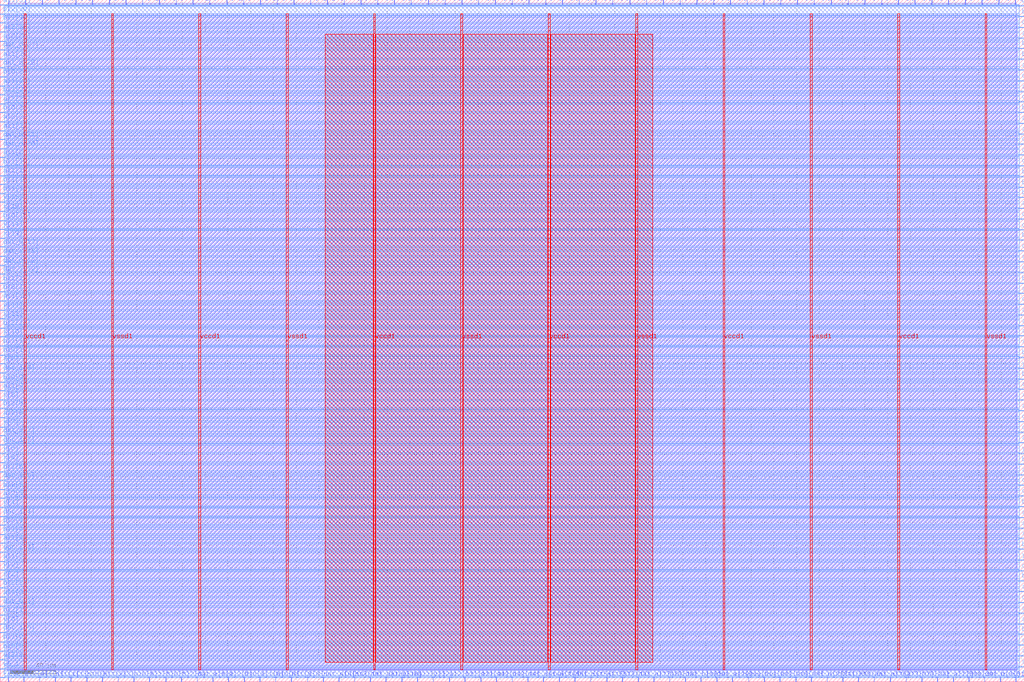
<source format=lef>
VERSION 5.7 ;
  NOWIREEXTENSIONATPIN ON ;
  DIVIDERCHAR "/" ;
  BUSBITCHARS "[]" ;
MACRO coefio
  CLASS BLOCK ;
  FOREIGN coefio ;
  ORIGIN 0.000 0.000 ;
  SIZE 900.000 BY 600.000 ;
  PIN a11[0]
    DIRECTION OUTPUT TRISTATE ;
    USE SIGNAL ;
    PORT
      LAYER met2 ;
        RECT 22.170 596.000 22.450 600.000 ;
    END
  END a11[0]
  PIN a11[10]
    DIRECTION OUTPUT TRISTATE ;
    USE SIGNAL ;
    PORT
      LAYER met3 ;
        RECT 896.000 210.160 900.000 210.760 ;
    END
  END a11[10]
  PIN a11[11]
    DIRECTION OUTPUT TRISTATE ;
    USE SIGNAL ;
    PORT
      LAYER met2 ;
        RECT 317.030 596.000 317.310 600.000 ;
    END
  END a11[11]
  PIN a11[12]
    DIRECTION OUTPUT TRISTATE ;
    USE SIGNAL ;
    PORT
      LAYER met3 ;
        RECT 0.000 334.600 4.000 335.200 ;
    END
  END a11[12]
  PIN a11[13]
    DIRECTION OUTPUT TRISTATE ;
    USE SIGNAL ;
    PORT
      LAYER met3 ;
        RECT 896.000 257.080 900.000 257.680 ;
    END
  END a11[13]
  PIN a11[14]
    DIRECTION OUTPUT TRISTATE ;
    USE SIGNAL ;
    PORT
      LAYER met2 ;
        RECT 422.370 0.000 422.650 4.000 ;
    END
  END a11[14]
  PIN a11[15]
    DIRECTION OUTPUT TRISTATE ;
    USE SIGNAL ;
    PORT
      LAYER met3 ;
        RECT 896.000 304.000 900.000 304.600 ;
    END
  END a11[15]
  PIN a11[16]
    DIRECTION OUTPUT TRISTATE ;
    USE SIGNAL ;
    PORT
      LAYER met3 ;
        RECT 896.000 312.840 900.000 313.440 ;
    END
  END a11[16]
  PIN a11[17]
    DIRECTION OUTPUT TRISTATE ;
    USE SIGNAL ;
    PORT
      LAYER met2 ;
        RECT 533.230 0.000 533.510 4.000 ;
    END
  END a11[17]
  PIN a11[18]
    DIRECTION OUTPUT TRISTATE ;
    USE SIGNAL ;
    PORT
      LAYER met3 ;
        RECT 896.000 369.280 900.000 369.880 ;
    END
  END a11[18]
  PIN a11[19]
    DIRECTION OUTPUT TRISTATE ;
    USE SIGNAL ;
    PORT
      LAYER met3 ;
        RECT 0.000 444.760 4.000 445.360 ;
    END
  END a11[19]
  PIN a11[1]
    DIRECTION OUTPUT TRISTATE ;
    USE SIGNAL ;
    PORT
      LAYER met2 ;
        RECT 34.590 0.000 34.870 4.000 ;
    END
  END a11[1]
  PIN a11[20]
    DIRECTION OUTPUT TRISTATE ;
    USE SIGNAL ;
    PORT
      LAYER met3 ;
        RECT 0.000 461.080 4.000 461.680 ;
    END
  END a11[20]
  PIN a11[21]
    DIRECTION OUTPUT TRISTATE ;
    USE SIGNAL ;
    PORT
      LAYER met2 ;
        RECT 523.570 596.000 523.850 600.000 ;
    END
  END a11[21]
  PIN a11[22]
    DIRECTION OUTPUT TRISTATE ;
    USE SIGNAL ;
    PORT
      LAYER met3 ;
        RECT 0.000 484.200 4.000 484.800 ;
    END
  END a11[22]
  PIN a11[23]
    DIRECTION OUTPUT TRISTATE ;
    USE SIGNAL ;
    PORT
      LAYER met3 ;
        RECT 896.000 481.480 900.000 482.080 ;
    END
  END a11[23]
  PIN a11[24]
    DIRECTION OUTPUT TRISTATE ;
    USE SIGNAL ;
    PORT
      LAYER met3 ;
        RECT 0.000 523.640 4.000 524.240 ;
    END
  END a11[24]
  PIN a11[25]
    DIRECTION OUTPUT TRISTATE ;
    USE SIGNAL ;
    PORT
      LAYER met2 ;
        RECT 740.690 0.000 740.970 4.000 ;
    END
  END a11[25]
  PIN a11[26]
    DIRECTION OUTPUT TRISTATE ;
    USE SIGNAL ;
    PORT
      LAYER met3 ;
        RECT 0.000 547.440 4.000 548.040 ;
    END
  END a11[26]
  PIN a11[27]
    DIRECTION OUTPUT TRISTATE ;
    USE SIGNAL ;
    PORT
      LAYER met2 ;
        RECT 782.550 0.000 782.830 4.000 ;
    END
  END a11[27]
  PIN a11[28]
    DIRECTION OUTPUT TRISTATE ;
    USE SIGNAL ;
    PORT
      LAYER met3 ;
        RECT 896.000 565.800 900.000 566.400 ;
    END
  END a11[28]
  PIN a11[29]
    DIRECTION OUTPUT TRISTATE ;
    USE SIGNAL ;
    PORT
      LAYER met2 ;
        RECT 774.730 596.000 775.010 600.000 ;
    END
  END a11[29]
  PIN a11[2]
    DIRECTION OUTPUT TRISTATE ;
    USE SIGNAL ;
    PORT
      LAYER met3 ;
        RECT 0.000 74.160 4.000 74.760 ;
    END
  END a11[2]
  PIN a11[30]
    DIRECTION OUTPUT TRISTATE ;
    USE SIGNAL ;
    PORT
      LAYER met2 ;
        RECT 837.750 0.000 838.030 4.000 ;
    END
  END a11[30]
  PIN a11[31]
    DIRECTION OUTPUT TRISTATE ;
    USE SIGNAL ;
    PORT
      LAYER met3 ;
        RECT 0.000 595.040 4.000 595.640 ;
    END
  END a11[31]
  PIN a11[3]
    DIRECTION OUTPUT TRISTATE ;
    USE SIGNAL ;
    PORT
      LAYER met3 ;
        RECT 0.000 105.440 4.000 106.040 ;
    END
  END a11[3]
  PIN a11[4]
    DIRECTION OUTPUT TRISTATE ;
    USE SIGNAL ;
    PORT
      LAYER met3 ;
        RECT 0.000 121.760 4.000 122.360 ;
    END
  END a11[4]
  PIN a11[5]
    DIRECTION OUTPUT TRISTATE ;
    USE SIGNAL ;
    PORT
      LAYER met3 ;
        RECT 896.000 134.680 900.000 135.280 ;
    END
  END a11[5]
  PIN a11[6]
    DIRECTION OUTPUT TRISTATE ;
    USE SIGNAL ;
    PORT
      LAYER met2 ;
        RECT 131.190 0.000 131.470 4.000 ;
    END
  END a11[6]
  PIN a11[7]
    DIRECTION OUTPUT TRISTATE ;
    USE SIGNAL ;
    PORT
      LAYER met2 ;
        RECT 186.850 0.000 187.130 4.000 ;
    END
  END a11[7]
  PIN a11[8]
    DIRECTION OUTPUT TRISTATE ;
    USE SIGNAL ;
    PORT
      LAYER met2 ;
        RECT 228.250 0.000 228.530 4.000 ;
    END
  END a11[8]
  PIN a11[9]
    DIRECTION OUTPUT TRISTATE ;
    USE SIGNAL ;
    PORT
      LAYER met3 ;
        RECT 0.000 255.720 4.000 256.320 ;
    END
  END a11[9]
  PIN a12[0]
    DIRECTION OUTPUT TRISTATE ;
    USE SIGNAL ;
    PORT
      LAYER met3 ;
        RECT 0.000 19.080 4.000 19.680 ;
    END
  END a12[0]
  PIN a12[10]
    DIRECTION OUTPUT TRISTATE ;
    USE SIGNAL ;
    PORT
      LAYER met2 ;
        RECT 297.710 0.000 297.990 4.000 ;
    END
  END a12[10]
  PIN a12[11]
    DIRECTION OUTPUT TRISTATE ;
    USE SIGNAL ;
    PORT
      LAYER met2 ;
        RECT 331.750 596.000 332.030 600.000 ;
    END
  END a12[11]
  PIN a12[12]
    DIRECTION OUTPUT TRISTATE ;
    USE SIGNAL ;
    PORT
      LAYER met3 ;
        RECT 896.000 238.040 900.000 238.640 ;
    END
  END a12[12]
  PIN a12[13]
    DIRECTION OUTPUT TRISTATE ;
    USE SIGNAL ;
    PORT
      LAYER met2 ;
        RECT 394.770 0.000 395.050 4.000 ;
    END
  END a12[13]
  PIN a12[14]
    DIRECTION OUTPUT TRISTATE ;
    USE SIGNAL ;
    PORT
      LAYER met2 ;
        RECT 436.170 0.000 436.450 4.000 ;
    END
  END a12[14]
  PIN a12[15]
    DIRECTION OUTPUT TRISTATE ;
    USE SIGNAL ;
    PORT
      LAYER met2 ;
        RECT 491.370 0.000 491.650 4.000 ;
    END
  END a12[15]
  PIN a12[16]
    DIRECTION OUTPUT TRISTATE ;
    USE SIGNAL ;
    PORT
      LAYER met3 ;
        RECT 896.000 322.360 900.000 322.960 ;
    END
  END a12[16]
  PIN a12[17]
    DIRECTION OUTPUT TRISTATE ;
    USE SIGNAL ;
    PORT
      LAYER met3 ;
        RECT 896.000 341.400 900.000 342.000 ;
    END
  END a12[17]
  PIN a12[18]
    DIRECTION OUTPUT TRISTATE ;
    USE SIGNAL ;
    PORT
      LAYER met2 ;
        RECT 574.630 0.000 574.910 4.000 ;
    END
  END a12[18]
  PIN a12[19]
    DIRECTION OUTPUT TRISTATE ;
    USE SIGNAL ;
    PORT
      LAYER met2 ;
        RECT 508.850 596.000 509.130 600.000 ;
    END
  END a12[19]
  PIN a12[1]
    DIRECTION OUTPUT TRISTATE ;
    USE SIGNAL ;
    PORT
      LAYER met3 ;
        RECT 896.000 22.480 900.000 23.080 ;
    END
  END a12[1]
  PIN a12[20]
    DIRECTION OUTPUT TRISTATE ;
    USE SIGNAL ;
    PORT
      LAYER met2 ;
        RECT 643.630 0.000 643.910 4.000 ;
    END
  END a12[20]
  PIN a12[21]
    DIRECTION OUTPUT TRISTATE ;
    USE SIGNAL ;
    PORT
      LAYER met3 ;
        RECT 896.000 416.200 900.000 416.800 ;
    END
  END a12[21]
  PIN a12[22]
    DIRECTION OUTPUT TRISTATE ;
    USE SIGNAL ;
    PORT
      LAYER met3 ;
        RECT 0.000 492.360 4.000 492.960 ;
    END
  END a12[22]
  PIN a12[23]
    DIRECTION OUTPUT TRISTATE ;
    USE SIGNAL ;
    PORT
      LAYER met3 ;
        RECT 0.000 508.000 4.000 508.600 ;
    END
  END a12[23]
  PIN a12[24]
    DIRECTION OUTPUT TRISTATE ;
    USE SIGNAL ;
    PORT
      LAYER met3 ;
        RECT 896.000 491.000 900.000 491.600 ;
    END
  END a12[24]
  PIN a12[25]
    DIRECTION OUTPUT TRISTATE ;
    USE SIGNAL ;
    PORT
      LAYER met3 ;
        RECT 896.000 518.880 900.000 519.480 ;
    END
  END a12[25]
  PIN a12[26]
    DIRECTION OUTPUT TRISTATE ;
    USE SIGNAL ;
    PORT
      LAYER met3 ;
        RECT 896.000 537.920 900.000 538.520 ;
    END
  END a12[26]
  PIN a12[27]
    DIRECTION OUTPUT TRISTATE ;
    USE SIGNAL ;
    PORT
      LAYER met2 ;
        RECT 796.350 0.000 796.630 4.000 ;
    END
  END a12[27]
  PIN a12[28]
    DIRECTION OUTPUT TRISTATE ;
    USE SIGNAL ;
    PORT
      LAYER met2 ;
        RECT 700.670 596.000 700.950 600.000 ;
    END
  END a12[28]
  PIN a12[29]
    DIRECTION OUTPUT TRISTATE ;
    USE SIGNAL ;
    PORT
      LAYER met3 ;
        RECT 0.000 563.080 4.000 563.680 ;
    END
  END a12[29]
  PIN a12[2]
    DIRECTION OUTPUT TRISTATE ;
    USE SIGNAL ;
    PORT
      LAYER met3 ;
        RECT 896.000 50.360 900.000 50.960 ;
    END
  END a12[2]
  PIN a12[30]
    DIRECTION OUTPUT TRISTATE ;
    USE SIGNAL ;
    PORT
      LAYER met3 ;
        RECT 0.000 571.240 4.000 571.840 ;
    END
  END a12[30]
  PIN a12[31]
    DIRECTION OUTPUT TRISTATE ;
    USE SIGNAL ;
    PORT
      LAYER met2 ;
        RECT 863.050 596.000 863.330 600.000 ;
    END
  END a12[31]
  PIN a12[3]
    DIRECTION OUTPUT TRISTATE ;
    USE SIGNAL ;
    PORT
      LAYER met3 ;
        RECT 896.000 78.920 900.000 79.520 ;
    END
  END a12[3]
  PIN a12[4]
    DIRECTION OUTPUT TRISTATE ;
    USE SIGNAL ;
    PORT
      LAYER met2 ;
        RECT 169.370 596.000 169.650 600.000 ;
    END
  END a12[4]
  PIN a12[5]
    DIRECTION OUTPUT TRISTATE ;
    USE SIGNAL ;
    PORT
      LAYER met3 ;
        RECT 0.000 161.200 4.000 161.800 ;
    END
  END a12[5]
  PIN a12[6]
    DIRECTION OUTPUT TRISTATE ;
    USE SIGNAL ;
    PORT
      LAYER met3 ;
        RECT 896.000 144.200 900.000 144.800 ;
    END
  END a12[6]
  PIN a12[7]
    DIRECTION OUTPUT TRISTATE ;
    USE SIGNAL ;
    PORT
      LAYER met2 ;
        RECT 200.650 0.000 200.930 4.000 ;
    END
  END a12[7]
  PIN a12[8]
    DIRECTION OUTPUT TRISTATE ;
    USE SIGNAL ;
    PORT
      LAYER met3 ;
        RECT 0.000 231.920 4.000 232.520 ;
    END
  END a12[8]
  PIN a12[9]
    DIRECTION OUTPUT TRISTATE ;
    USE SIGNAL ;
    PORT
      LAYER met3 ;
        RECT 896.000 181.600 900.000 182.200 ;
    END
  END a12[9]
  PIN ack_o
    DIRECTION OUTPUT TRISTATE ;
    USE SIGNAL ;
    PORT
      LAYER met2 ;
        RECT 7.450 596.000 7.730 600.000 ;
    END
  END ack_o
  PIN adr_i[0]
    DIRECTION INPUT ;
    USE SIGNAL ;
    PORT
      LAYER met2 ;
        RECT 36.890 596.000 37.170 600.000 ;
    END
  END adr_i[0]
  PIN adr_i[1]
    DIRECTION INPUT ;
    USE SIGNAL ;
    PORT
      LAYER met3 ;
        RECT 896.000 32.000 900.000 32.600 ;
    END
  END adr_i[1]
  PIN adr_i[2]
    DIRECTION INPUT ;
    USE SIGNAL ;
    PORT
      LAYER met3 ;
        RECT 896.000 59.880 900.000 60.480 ;
    END
  END adr_i[2]
  PIN adr_i[3]
    DIRECTION INPUT ;
    USE SIGNAL ;
    PORT
      LAYER met3 ;
        RECT 0.000 113.600 4.000 114.200 ;
    END
  END adr_i[3]
  PIN b10[0]
    DIRECTION OUTPUT TRISTATE ;
    USE SIGNAL ;
    PORT
      LAYER met3 ;
        RECT 0.000 26.560 4.000 27.160 ;
    END
  END b10[0]
  PIN b10[10]
    DIRECTION OUTPUT TRISTATE ;
    USE SIGNAL ;
    PORT
      LAYER met3 ;
        RECT 0.000 287.000 4.000 287.600 ;
    END
  END b10[10]
  PIN b10[11]
    DIRECTION OUTPUT TRISTATE ;
    USE SIGNAL ;
    PORT
      LAYER met2 ;
        RECT 346.470 596.000 346.750 600.000 ;
    END
  END b10[11]
  PIN b10[12]
    DIRECTION OUTPUT TRISTATE ;
    USE SIGNAL ;
    PORT
      LAYER met3 ;
        RECT 0.000 342.760 4.000 343.360 ;
    END
  END b10[12]
  PIN b10[13]
    DIRECTION OUTPUT TRISTATE ;
    USE SIGNAL ;
    PORT
      LAYER met2 ;
        RECT 376.370 596.000 376.650 600.000 ;
    END
  END b10[13]
  PIN b10[14]
    DIRECTION OUTPUT TRISTATE ;
    USE SIGNAL ;
    PORT
      LAYER met2 ;
        RECT 391.090 596.000 391.370 600.000 ;
    END
  END b10[14]
  PIN b10[15]
    DIRECTION OUTPUT TRISTATE ;
    USE SIGNAL ;
    PORT
      LAYER met3 ;
        RECT 0.000 405.320 4.000 405.920 ;
    END
  END b10[15]
  PIN b10[16]
    DIRECTION OUTPUT TRISTATE ;
    USE SIGNAL ;
    PORT
      LAYER met2 ;
        RECT 435.250 596.000 435.530 600.000 ;
    END
  END b10[16]
  PIN b10[17]
    DIRECTION OUTPUT TRISTATE ;
    USE SIGNAL ;
    PORT
      LAYER met2 ;
        RECT 479.410 596.000 479.690 600.000 ;
    END
  END b10[17]
  PIN b10[18]
    DIRECTION OUTPUT TRISTATE ;
    USE SIGNAL ;
    PORT
      LAYER met2 ;
        RECT 588.430 0.000 588.710 4.000 ;
    END
  END b10[18]
  PIN b10[19]
    DIRECTION OUTPUT TRISTATE ;
    USE SIGNAL ;
    PORT
      LAYER met2 ;
        RECT 616.030 0.000 616.310 4.000 ;
    END
  END b10[19]
  PIN b10[1]
    DIRECTION OUTPUT TRISTATE ;
    USE SIGNAL ;
    PORT
      LAYER met3 ;
        RECT 896.000 41.520 900.000 42.120 ;
    END
  END b10[1]
  PIN b10[20]
    DIRECTION OUTPUT TRISTATE ;
    USE SIGNAL ;
    PORT
      LAYER met2 ;
        RECT 657.890 0.000 658.170 4.000 ;
    END
  END b10[20]
  PIN b10[21]
    DIRECTION OUTPUT TRISTATE ;
    USE SIGNAL ;
    PORT
      LAYER met3 ;
        RECT 896.000 425.720 900.000 426.320 ;
    END
  END b10[21]
  PIN b10[22]
    DIRECTION OUTPUT TRISTATE ;
    USE SIGNAL ;
    PORT
      LAYER met3 ;
        RECT 0.000 500.520 4.000 501.120 ;
    END
  END b10[22]
  PIN b10[23]
    DIRECTION OUTPUT TRISTATE ;
    USE SIGNAL ;
    PORT
      LAYER met2 ;
        RECT 699.290 0.000 699.570 4.000 ;
    END
  END b10[23]
  PIN b10[24]
    DIRECTION OUTPUT TRISTATE ;
    USE SIGNAL ;
    PORT
      LAYER met3 ;
        RECT 0.000 531.800 4.000 532.400 ;
    END
  END b10[24]
  PIN b10[25]
    DIRECTION OUTPUT TRISTATE ;
    USE SIGNAL ;
    PORT
      LAYER met2 ;
        RECT 612.350 596.000 612.630 600.000 ;
    END
  END b10[25]
  PIN b10[26]
    DIRECTION OUTPUT TRISTATE ;
    USE SIGNAL ;
    PORT
      LAYER met2 ;
        RECT 754.490 0.000 754.770 4.000 ;
    END
  END b10[26]
  PIN b10[27]
    DIRECTION OUTPUT TRISTATE ;
    USE SIGNAL ;
    PORT
      LAYER met2 ;
        RECT 810.150 0.000 810.430 4.000 ;
    END
  END b10[27]
  PIN b10[28]
    DIRECTION OUTPUT TRISTATE ;
    USE SIGNAL ;
    PORT
      LAYER met2 ;
        RECT 715.390 596.000 715.670 600.000 ;
    END
  END b10[28]
  PIN b10[29]
    DIRECTION OUTPUT TRISTATE ;
    USE SIGNAL ;
    PORT
      LAYER met3 ;
        RECT 896.000 584.840 900.000 585.440 ;
    END
  END b10[29]
  PIN b10[2]
    DIRECTION OUTPUT TRISTATE ;
    USE SIGNAL ;
    PORT
      LAYER met2 ;
        RECT 75.990 0.000 76.270 4.000 ;
    END
  END b10[2]
  PIN b10[30]
    DIRECTION OUTPUT TRISTATE ;
    USE SIGNAL ;
    PORT
      LAYER met2 ;
        RECT 851.550 0.000 851.830 4.000 ;
    END
  END b10[30]
  PIN b10[31]
    DIRECTION OUTPUT TRISTATE ;
    USE SIGNAL ;
    PORT
      LAYER met2 ;
        RECT 879.150 0.000 879.430 4.000 ;
    END
  END b10[31]
  PIN b10[3]
    DIRECTION OUTPUT TRISTATE ;
    USE SIGNAL ;
    PORT
      LAYER met3 ;
        RECT 896.000 88.440 900.000 89.040 ;
    END
  END b10[3]
  PIN b10[4]
    DIRECTION OUTPUT TRISTATE ;
    USE SIGNAL ;
    PORT
      LAYER met3 ;
        RECT 896.000 116.320 900.000 116.920 ;
    END
  END b10[4]
  PIN b10[5]
    DIRECTION OUTPUT TRISTATE ;
    USE SIGNAL ;
    PORT
      LAYER met2 ;
        RECT 117.390 0.000 117.670 4.000 ;
    END
  END b10[5]
  PIN b10[6]
    DIRECTION OUTPUT TRISTATE ;
    USE SIGNAL ;
    PORT
      LAYER met2 ;
        RECT 145.450 0.000 145.730 4.000 ;
    END
  END b10[6]
  PIN b10[7]
    DIRECTION OUTPUT TRISTATE ;
    USE SIGNAL ;
    PORT
      LAYER met2 ;
        RECT 214.450 0.000 214.730 4.000 ;
    END
  END b10[7]
  PIN b10[8]
    DIRECTION OUTPUT TRISTATE ;
    USE SIGNAL ;
    PORT
      LAYER met2 ;
        RECT 242.050 0.000 242.330 4.000 ;
    END
  END b10[8]
  PIN b10[9]
    DIRECTION OUTPUT TRISTATE ;
    USE SIGNAL ;
    PORT
      LAYER met3 ;
        RECT 0.000 263.200 4.000 263.800 ;
    END
  END b10[9]
  PIN b11[0]
    DIRECTION OUTPUT TRISTATE ;
    USE SIGNAL ;
    PORT
      LAYER met3 ;
        RECT 0.000 34.720 4.000 35.320 ;
    END
  END b11[0]
  PIN b11[10]
    DIRECTION OUTPUT TRISTATE ;
    USE SIGNAL ;
    PORT
      LAYER met3 ;
        RECT 0.000 295.160 4.000 295.760 ;
    END
  END b11[10]
  PIN b11[11]
    DIRECTION OUTPUT TRISTATE ;
    USE SIGNAL ;
    PORT
      LAYER met2 ;
        RECT 366.710 0.000 366.990 4.000 ;
    END
  END b11[11]
  PIN b11[12]
    DIRECTION OUTPUT TRISTATE ;
    USE SIGNAL ;
    PORT
      LAYER met3 ;
        RECT 0.000 350.240 4.000 350.840 ;
    END
  END b11[12]
  PIN b11[13]
    DIRECTION OUTPUT TRISTATE ;
    USE SIGNAL ;
    PORT
      LAYER met2 ;
        RECT 408.570 0.000 408.850 4.000 ;
    END
  END b11[13]
  PIN b11[14]
    DIRECTION OUTPUT TRISTATE ;
    USE SIGNAL ;
    PORT
      LAYER met3 ;
        RECT 896.000 284.960 900.000 285.560 ;
    END
  END b11[14]
  PIN b11[15]
    DIRECTION OUTPUT TRISTATE ;
    USE SIGNAL ;
    PORT
      LAYER met2 ;
        RECT 405.810 596.000 406.090 600.000 ;
    END
  END b11[15]
  PIN b11[16]
    DIRECTION OUTPUT TRISTATE ;
    USE SIGNAL ;
    PORT
      LAYER met3 ;
        RECT 0.000 429.120 4.000 429.720 ;
    END
  END b11[16]
  PIN b11[17]
    DIRECTION OUTPUT TRISTATE ;
    USE SIGNAL ;
    PORT
      LAYER met3 ;
        RECT 896.000 350.240 900.000 350.840 ;
    END
  END b11[17]
  PIN b11[18]
    DIRECTION OUTPUT TRISTATE ;
    USE SIGNAL ;
    PORT
      LAYER met3 ;
        RECT 0.000 437.280 4.000 437.880 ;
    END
  END b11[18]
  PIN b11[19]
    DIRECTION OUTPUT TRISTATE ;
    USE SIGNAL ;
    PORT
      LAYER met3 ;
        RECT 0.000 452.920 4.000 453.520 ;
    END
  END b11[19]
  PIN b11[1]
    DIRECTION OUTPUT TRISTATE ;
    USE SIGNAL ;
    PORT
      LAYER met2 ;
        RECT 48.390 0.000 48.670 4.000 ;
    END
  END b11[1]
  PIN b11[20]
    DIRECTION OUTPUT TRISTATE ;
    USE SIGNAL ;
    PORT
      LAYER met2 ;
        RECT 671.690 0.000 671.970 4.000 ;
    END
  END b11[20]
  PIN b11[21]
    DIRECTION OUTPUT TRISTATE ;
    USE SIGNAL ;
    PORT
      LAYER met3 ;
        RECT 896.000 434.560 900.000 435.160 ;
    END
  END b11[21]
  PIN b11[22]
    DIRECTION OUTPUT TRISTATE ;
    USE SIGNAL ;
    PORT
      LAYER met2 ;
        RECT 538.290 596.000 538.570 600.000 ;
    END
  END b11[22]
  PIN b11[23]
    DIRECTION OUTPUT TRISTATE ;
    USE SIGNAL ;
    PORT
      LAYER met3 ;
        RECT 0.000 516.160 4.000 516.760 ;
    END
  END b11[23]
  PIN b11[24]
    DIRECTION OUTPUT TRISTATE ;
    USE SIGNAL ;
    PORT
      LAYER met3 ;
        RECT 896.000 500.520 900.000 501.120 ;
    END
  END b11[24]
  PIN b11[25]
    DIRECTION OUTPUT TRISTATE ;
    USE SIGNAL ;
    PORT
      LAYER met2 ;
        RECT 627.070 596.000 627.350 600.000 ;
    END
  END b11[25]
  PIN b11[26]
    DIRECTION OUTPUT TRISTATE ;
    USE SIGNAL ;
    PORT
      LAYER met3 ;
        RECT 896.000 547.440 900.000 548.040 ;
    END
  END b11[26]
  PIN b11[27]
    DIRECTION OUTPUT TRISTATE ;
    USE SIGNAL ;
    PORT
      LAYER met2 ;
        RECT 671.230 596.000 671.510 600.000 ;
    END
  END b11[27]
  PIN b11[28]
    DIRECTION OUTPUT TRISTATE ;
    USE SIGNAL ;
    PORT
      LAYER met2 ;
        RECT 730.570 596.000 730.850 600.000 ;
    END
  END b11[28]
  PIN b11[29]
    DIRECTION OUTPUT TRISTATE ;
    USE SIGNAL ;
    PORT
      LAYER met2 ;
        RECT 789.450 596.000 789.730 600.000 ;
    END
  END b11[29]
  PIN b11[2]
    DIRECTION OUTPUT TRISTATE ;
    USE SIGNAL ;
    PORT
      LAYER met2 ;
        RECT 89.790 0.000 90.070 4.000 ;
    END
  END b11[2]
  PIN b11[30]
    DIRECTION OUTPUT TRISTATE ;
    USE SIGNAL ;
    PORT
      LAYER met3 ;
        RECT 0.000 579.400 4.000 580.000 ;
    END
  END b11[30]
  PIN b11[31]
    DIRECTION OUTPUT TRISTATE ;
    USE SIGNAL ;
    PORT
      LAYER met3 ;
        RECT 896.000 594.360 900.000 594.960 ;
    END
  END b11[31]
  PIN b11[3]
    DIRECTION OUTPUT TRISTATE ;
    USE SIGNAL ;
    PORT
      LAYER met2 ;
        RECT 125.210 596.000 125.490 600.000 ;
    END
  END b11[3]
  PIN b11[4]
    DIRECTION OUTPUT TRISTATE ;
    USE SIGNAL ;
    PORT
      LAYER met3 ;
        RECT 0.000 129.240 4.000 129.840 ;
    END
  END b11[4]
  PIN b11[5]
    DIRECTION OUTPUT TRISTATE ;
    USE SIGNAL ;
    PORT
      LAYER met2 ;
        RECT 199.270 596.000 199.550 600.000 ;
    END
  END b11[5]
  PIN b11[6]
    DIRECTION OUTPUT TRISTATE ;
    USE SIGNAL ;
    PORT
      LAYER met3 ;
        RECT 0.000 184.320 4.000 184.920 ;
    END
  END b11[6]
  PIN b11[7]
    DIRECTION OUTPUT TRISTATE ;
    USE SIGNAL ;
    PORT
      LAYER met3 ;
        RECT 896.000 153.720 900.000 154.320 ;
    END
  END b11[7]
  PIN b11[8]
    DIRECTION OUTPUT TRISTATE ;
    USE SIGNAL ;
    PORT
      LAYER met2 ;
        RECT 255.850 0.000 256.130 4.000 ;
    END
  END b11[8]
  PIN b11[9]
    DIRECTION OUTPUT TRISTATE ;
    USE SIGNAL ;
    PORT
      LAYER met3 ;
        RECT 896.000 191.120 900.000 191.720 ;
    END
  END b11[9]
  PIN b12[0]
    DIRECTION OUTPUT TRISTATE ;
    USE SIGNAL ;
    PORT
      LAYER met2 ;
        RECT 20.790 0.000 21.070 4.000 ;
    END
  END b12[0]
  PIN b12[10]
    DIRECTION OUTPUT TRISTATE ;
    USE SIGNAL ;
    PORT
      LAYER met2 ;
        RECT 311.510 0.000 311.790 4.000 ;
    END
  END b12[10]
  PIN b12[11]
    DIRECTION OUTPUT TRISTATE ;
    USE SIGNAL ;
    PORT
      LAYER met3 ;
        RECT 0.000 310.800 4.000 311.400 ;
    END
  END b12[11]
  PIN b12[12]
    DIRECTION OUTPUT TRISTATE ;
    USE SIGNAL ;
    PORT
      LAYER met2 ;
        RECT 361.190 596.000 361.470 600.000 ;
    END
  END b12[12]
  PIN b12[13]
    DIRECTION OUTPUT TRISTATE ;
    USE SIGNAL ;
    PORT
      LAYER met3 ;
        RECT 896.000 265.920 900.000 266.520 ;
    END
  END b12[13]
  PIN b12[14]
    DIRECTION OUTPUT TRISTATE ;
    USE SIGNAL ;
    PORT
      LAYER met2 ;
        RECT 449.970 0.000 450.250 4.000 ;
    END
  END b12[14]
  PIN b12[15]
    DIRECTION OUTPUT TRISTATE ;
    USE SIGNAL ;
    PORT
      LAYER met2 ;
        RECT 420.530 596.000 420.810 600.000 ;
    END
  END b12[15]
  PIN b12[16]
    DIRECTION OUTPUT TRISTATE ;
    USE SIGNAL ;
    PORT
      LAYER met2 ;
        RECT 449.970 596.000 450.250 600.000 ;
    END
  END b12[16]
  PIN b12[17]
    DIRECTION OUTPUT TRISTATE ;
    USE SIGNAL ;
    PORT
      LAYER met2 ;
        RECT 547.030 0.000 547.310 4.000 ;
    END
  END b12[17]
  PIN b12[18]
    DIRECTION OUTPUT TRISTATE ;
    USE SIGNAL ;
    PORT
      LAYER met2 ;
        RECT 494.130 596.000 494.410 600.000 ;
    END
  END b12[18]
  PIN b12[19]
    DIRECTION OUTPUT TRISTATE ;
    USE SIGNAL ;
    PORT
      LAYER met3 ;
        RECT 896.000 388.320 900.000 388.920 ;
    END
  END b12[19]
  PIN b12[1]
    DIRECTION OUTPUT TRISTATE ;
    USE SIGNAL ;
    PORT
      LAYER met3 ;
        RECT 0.000 58.520 4.000 59.120 ;
    END
  END b12[1]
  PIN b12[20]
    DIRECTION OUTPUT TRISTATE ;
    USE SIGNAL ;
    PORT
      LAYER met2 ;
        RECT 685.490 0.000 685.770 4.000 ;
    END
  END b12[20]
  PIN b12[21]
    DIRECTION OUTPUT TRISTATE ;
    USE SIGNAL ;
    PORT
      LAYER met3 ;
        RECT 896.000 444.080 900.000 444.680 ;
    END
  END b12[21]
  PIN b12[22]
    DIRECTION OUTPUT TRISTATE ;
    USE SIGNAL ;
    PORT
      LAYER met2 ;
        RECT 553.470 596.000 553.750 600.000 ;
    END
  END b12[22]
  PIN b12[23]
    DIRECTION OUTPUT TRISTATE ;
    USE SIGNAL ;
    PORT
      LAYER met2 ;
        RECT 568.190 596.000 568.470 600.000 ;
    END
  END b12[23]
  PIN b12[24]
    DIRECTION OUTPUT TRISTATE ;
    USE SIGNAL ;
    PORT
      LAYER met2 ;
        RECT 726.890 0.000 727.170 4.000 ;
    END
  END b12[24]
  PIN b12[25]
    DIRECTION OUTPUT TRISTATE ;
    USE SIGNAL ;
    PORT
      LAYER met2 ;
        RECT 641.790 596.000 642.070 600.000 ;
    END
  END b12[25]
  PIN b12[26]
    DIRECTION OUTPUT TRISTATE ;
    USE SIGNAL ;
    PORT
      LAYER met3 ;
        RECT 896.000 556.960 900.000 557.560 ;
    END
  END b12[26]
  PIN b12[27]
    DIRECTION OUTPUT TRISTATE ;
    USE SIGNAL ;
    PORT
      LAYER met2 ;
        RECT 685.950 596.000 686.230 600.000 ;
    END
  END b12[27]
  PIN b12[28]
    DIRECTION OUTPUT TRISTATE ;
    USE SIGNAL ;
    PORT
      LAYER met2 ;
        RECT 745.290 596.000 745.570 600.000 ;
    END
  END b12[28]
  PIN b12[29]
    DIRECTION OUTPUT TRISTATE ;
    USE SIGNAL ;
    PORT
      LAYER met2 ;
        RECT 804.170 596.000 804.450 600.000 ;
    END
  END b12[29]
  PIN b12[2]
    DIRECTION OUTPUT TRISTATE ;
    USE SIGNAL ;
    PORT
      LAYER met3 ;
        RECT 0.000 82.320 4.000 82.920 ;
    END
  END b12[2]
  PIN b12[30]
    DIRECTION OUTPUT TRISTATE ;
    USE SIGNAL ;
    PORT
      LAYER met3 ;
        RECT 0.000 586.880 4.000 587.480 ;
    END
  END b12[30]
  PIN b12[31]
    DIRECTION OUTPUT TRISTATE ;
    USE SIGNAL ;
    PORT
      LAYER met2 ;
        RECT 892.950 0.000 893.230 4.000 ;
    END
  END b12[31]
  PIN b12[3]
    DIRECTION OUTPUT TRISTATE ;
    USE SIGNAL ;
    PORT
      LAYER met2 ;
        RECT 139.930 596.000 140.210 600.000 ;
    END
  END b12[3]
  PIN b12[4]
    DIRECTION OUTPUT TRISTATE ;
    USE SIGNAL ;
    PORT
      LAYER met3 ;
        RECT 0.000 137.400 4.000 138.000 ;
    END
  END b12[4]
  PIN b12[5]
    DIRECTION OUTPUT TRISTATE ;
    USE SIGNAL ;
    PORT
      LAYER met3 ;
        RECT 0.000 168.680 4.000 169.280 ;
    END
  END b12[5]
  PIN b12[6]
    DIRECTION OUTPUT TRISTATE ;
    USE SIGNAL ;
    PORT
      LAYER met2 ;
        RECT 159.250 0.000 159.530 4.000 ;
    END
  END b12[6]
  PIN b12[7]
    DIRECTION OUTPUT TRISTATE ;
    USE SIGNAL ;
    PORT
      LAYER met2 ;
        RECT 272.870 596.000 273.150 600.000 ;
    END
  END b12[7]
  PIN b12[8]
    DIRECTION OUTPUT TRISTATE ;
    USE SIGNAL ;
    PORT
      LAYER met3 ;
        RECT 0.000 240.080 4.000 240.680 ;
    END
  END b12[8]
  PIN b12[9]
    DIRECTION OUTPUT TRISTATE ;
    USE SIGNAL ;
    PORT
      LAYER met2 ;
        RECT 302.310 596.000 302.590 600.000 ;
    END
  END b12[9]
  PIN clk_i
    DIRECTION INPUT ;
    USE SIGNAL ;
    PORT
      LAYER met3 ;
        RECT 0.000 3.440 4.000 4.040 ;
    END
  END clk_i
  PIN cyc_i
    DIRECTION INPUT ;
    USE SIGNAL ;
    PORT
      LAYER met2 ;
        RECT 6.990 0.000 7.270 4.000 ;
    END
  END cyc_i
  PIN dat_i[0]
    DIRECTION INPUT ;
    USE SIGNAL ;
    PORT
      LAYER met3 ;
        RECT 0.000 42.880 4.000 43.480 ;
    END
  END dat_i[0]
  PIN dat_i[10]
    DIRECTION INPUT ;
    USE SIGNAL ;
    PORT
      LAYER met2 ;
        RECT 325.310 0.000 325.590 4.000 ;
    END
  END dat_i[10]
  PIN dat_i[11]
    DIRECTION INPUT ;
    USE SIGNAL ;
    PORT
      LAYER met3 ;
        RECT 896.000 219.000 900.000 219.600 ;
    END
  END dat_i[11]
  PIN dat_i[12]
    DIRECTION INPUT ;
    USE SIGNAL ;
    PORT
      LAYER met3 ;
        RECT 0.000 358.400 4.000 359.000 ;
    END
  END dat_i[12]
  PIN dat_i[13]
    DIRECTION INPUT ;
    USE SIGNAL ;
    PORT
      LAYER met3 ;
        RECT 0.000 374.040 4.000 374.640 ;
    END
  END dat_i[13]
  PIN dat_i[14]
    DIRECTION INPUT ;
    USE SIGNAL ;
    PORT
      LAYER met2 ;
        RECT 463.770 0.000 464.050 4.000 ;
    END
  END dat_i[14]
  PIN dat_i[15]
    DIRECTION INPUT ;
    USE SIGNAL ;
    PORT
      LAYER met2 ;
        RECT 505.170 0.000 505.450 4.000 ;
    END
  END dat_i[15]
  PIN dat_i[16]
    DIRECTION INPUT ;
    USE SIGNAL ;
    PORT
      LAYER met2 ;
        RECT 464.690 596.000 464.970 600.000 ;
    END
  END dat_i[16]
  PIN dat_i[17]
    DIRECTION INPUT ;
    USE SIGNAL ;
    PORT
      LAYER met3 ;
        RECT 896.000 359.760 900.000 360.360 ;
    END
  END dat_i[17]
  PIN dat_i[18]
    DIRECTION INPUT ;
    USE SIGNAL ;
    PORT
      LAYER met3 ;
        RECT 896.000 378.800 900.000 379.400 ;
    END
  END dat_i[18]
  PIN dat_i[19]
    DIRECTION INPUT ;
    USE SIGNAL ;
    PORT
      LAYER met2 ;
        RECT 629.830 0.000 630.110 4.000 ;
    END
  END dat_i[19]
  PIN dat_i[1]
    DIRECTION INPUT ;
    USE SIGNAL ;
    PORT
      LAYER met2 ;
        RECT 81.050 596.000 81.330 600.000 ;
    END
  END dat_i[1]
  PIN dat_i[20]
    DIRECTION INPUT ;
    USE SIGNAL ;
    PORT
      LAYER met3 ;
        RECT 896.000 406.680 900.000 407.280 ;
    END
  END dat_i[20]
  PIN dat_i[21]
    DIRECTION INPUT ;
    USE SIGNAL ;
    PORT
      LAYER met3 ;
        RECT 896.000 453.600 900.000 454.200 ;
    END
  END dat_i[21]
  PIN dat_i[22]
    DIRECTION INPUT ;
    USE SIGNAL ;
    PORT
      LAYER met3 ;
        RECT 896.000 463.120 900.000 463.720 ;
    END
  END dat_i[22]
  PIN dat_i[23]
    DIRECTION INPUT ;
    USE SIGNAL ;
    PORT
      LAYER met2 ;
        RECT 582.910 596.000 583.190 600.000 ;
    END
  END dat_i[23]
  PIN dat_i[24]
    DIRECTION INPUT ;
    USE SIGNAL ;
    PORT
      LAYER met2 ;
        RECT 597.630 596.000 597.910 600.000 ;
    END
  END dat_i[24]
  PIN dat_i[25]
    DIRECTION INPUT ;
    USE SIGNAL ;
    PORT
      LAYER met3 ;
        RECT 896.000 528.400 900.000 529.000 ;
    END
  END dat_i[25]
  PIN dat_i[26]
    DIRECTION INPUT ;
    USE SIGNAL ;
    PORT
      LAYER met2 ;
        RECT 656.510 596.000 656.790 600.000 ;
    END
  END dat_i[26]
  PIN dat_i[27]
    DIRECTION INPUT ;
    USE SIGNAL ;
    PORT
      LAYER met2 ;
        RECT 823.950 0.000 824.230 4.000 ;
    END
  END dat_i[27]
  PIN dat_i[28]
    DIRECTION INPUT ;
    USE SIGNAL ;
    PORT
      LAYER met2 ;
        RECT 760.010 596.000 760.290 600.000 ;
    END
  END dat_i[28]
  PIN dat_i[29]
    DIRECTION INPUT ;
    USE SIGNAL ;
    PORT
      LAYER met2 ;
        RECT 818.890 596.000 819.170 600.000 ;
    END
  END dat_i[29]
  PIN dat_i[2]
    DIRECTION INPUT ;
    USE SIGNAL ;
    PORT
      LAYER met3 ;
        RECT 896.000 69.400 900.000 70.000 ;
    END
  END dat_i[2]
  PIN dat_i[30]
    DIRECTION INPUT ;
    USE SIGNAL ;
    PORT
      LAYER met2 ;
        RECT 848.330 596.000 848.610 600.000 ;
    END
  END dat_i[30]
  PIN dat_i[31]
    DIRECTION INPUT ;
    USE SIGNAL ;
    PORT
      LAYER met2 ;
        RECT 877.770 596.000 878.050 600.000 ;
    END
  END dat_i[31]
  PIN dat_i[3]
    DIRECTION INPUT ;
    USE SIGNAL ;
    PORT
      LAYER met2 ;
        RECT 154.650 596.000 154.930 600.000 ;
    END
  END dat_i[3]
  PIN dat_i[4]
    DIRECTION INPUT ;
    USE SIGNAL ;
    PORT
      LAYER met3 ;
        RECT 0.000 144.880 4.000 145.480 ;
    END
  END dat_i[4]
  PIN dat_i[5]
    DIRECTION INPUT ;
    USE SIGNAL ;
    PORT
      LAYER met3 ;
        RECT 0.000 176.840 4.000 177.440 ;
    END
  END dat_i[5]
  PIN dat_i[6]
    DIRECTION INPUT ;
    USE SIGNAL ;
    PORT
      LAYER met2 ;
        RECT 173.050 0.000 173.330 4.000 ;
    END
  END dat_i[6]
  PIN dat_i[7]
    DIRECTION INPUT ;
    USE SIGNAL ;
    PORT
      LAYER met3 ;
        RECT 0.000 208.120 4.000 208.720 ;
    END
  END dat_i[7]
  PIN dat_i[8]
    DIRECTION INPUT ;
    USE SIGNAL ;
    PORT
      LAYER met3 ;
        RECT 896.000 163.240 900.000 163.840 ;
    END
  END dat_i[8]
  PIN dat_i[9]
    DIRECTION INPUT ;
    USE SIGNAL ;
    PORT
      LAYER met3 ;
        RECT 0.000 271.360 4.000 271.960 ;
    END
  END dat_i[9]
  PIN dat_o[0]
    DIRECTION OUTPUT TRISTATE ;
    USE SIGNAL ;
    PORT
      LAYER met2 ;
        RECT 51.610 596.000 51.890 600.000 ;
    END
  END dat_o[0]
  PIN dat_o[10]
    DIRECTION OUTPUT TRISTATE ;
    USE SIGNAL ;
    PORT
      LAYER met2 ;
        RECT 339.110 0.000 339.390 4.000 ;
    END
  END dat_o[10]
  PIN dat_o[11]
    DIRECTION OUTPUT TRISTATE ;
    USE SIGNAL ;
    PORT
      LAYER met3 ;
        RECT 896.000 228.520 900.000 229.120 ;
    END
  END dat_o[11]
  PIN dat_o[12]
    DIRECTION OUTPUT TRISTATE ;
    USE SIGNAL ;
    PORT
      LAYER met3 ;
        RECT 0.000 365.880 4.000 366.480 ;
    END
  END dat_o[12]
  PIN dat_o[13]
    DIRECTION OUTPUT TRISTATE ;
    USE SIGNAL ;
    PORT
      LAYER met3 ;
        RECT 0.000 382.200 4.000 382.800 ;
    END
  END dat_o[13]
  PIN dat_o[14]
    DIRECTION OUTPUT TRISTATE ;
    USE SIGNAL ;
    PORT
      LAYER met2 ;
        RECT 477.570 0.000 477.850 4.000 ;
    END
  END dat_o[14]
  PIN dat_o[15]
    DIRECTION OUTPUT TRISTATE ;
    USE SIGNAL ;
    PORT
      LAYER met2 ;
        RECT 518.970 0.000 519.250 4.000 ;
    END
  END dat_o[15]
  PIN dat_o[16]
    DIRECTION OUTPUT TRISTATE ;
    USE SIGNAL ;
    PORT
      LAYER met3 ;
        RECT 896.000 331.880 900.000 332.480 ;
    END
  END dat_o[16]
  PIN dat_o[17]
    DIRECTION OUTPUT TRISTATE ;
    USE SIGNAL ;
    PORT
      LAYER met2 ;
        RECT 560.830 0.000 561.110 4.000 ;
    END
  END dat_o[17]
  PIN dat_o[18]
    DIRECTION OUTPUT TRISTATE ;
    USE SIGNAL ;
    PORT
      LAYER met2 ;
        RECT 602.230 0.000 602.510 4.000 ;
    END
  END dat_o[18]
  PIN dat_o[19]
    DIRECTION OUTPUT TRISTATE ;
    USE SIGNAL ;
    PORT
      LAYER met3 ;
        RECT 896.000 397.160 900.000 397.760 ;
    END
  END dat_o[19]
  PIN dat_o[1]
    DIRECTION OUTPUT TRISTATE ;
    USE SIGNAL ;
    PORT
      LAYER met3 ;
        RECT 0.000 66.000 4.000 66.600 ;
    END
  END dat_o[1]
  PIN dat_o[20]
    DIRECTION OUTPUT TRISTATE ;
    USE SIGNAL ;
    PORT
      LAYER met3 ;
        RECT 0.000 468.560 4.000 469.160 ;
    END
  END dat_o[20]
  PIN dat_o[21]
    DIRECTION OUTPUT TRISTATE ;
    USE SIGNAL ;
    PORT
      LAYER met3 ;
        RECT 0.000 476.720 4.000 477.320 ;
    END
  END dat_o[21]
  PIN dat_o[22]
    DIRECTION OUTPUT TRISTATE ;
    USE SIGNAL ;
    PORT
      LAYER met3 ;
        RECT 896.000 472.640 900.000 473.240 ;
    END
  END dat_o[22]
  PIN dat_o[23]
    DIRECTION OUTPUT TRISTATE ;
    USE SIGNAL ;
    PORT
      LAYER met2 ;
        RECT 713.090 0.000 713.370 4.000 ;
    END
  END dat_o[23]
  PIN dat_o[24]
    DIRECTION OUTPUT TRISTATE ;
    USE SIGNAL ;
    PORT
      LAYER met3 ;
        RECT 896.000 510.040 900.000 510.640 ;
    END
  END dat_o[24]
  PIN dat_o[25]
    DIRECTION OUTPUT TRISTATE ;
    USE SIGNAL ;
    PORT
      LAYER met3 ;
        RECT 0.000 539.960 4.000 540.560 ;
    END
  END dat_o[25]
  PIN dat_o[26]
    DIRECTION OUTPUT TRISTATE ;
    USE SIGNAL ;
    PORT
      LAYER met2 ;
        RECT 768.290 0.000 768.570 4.000 ;
    END
  END dat_o[26]
  PIN dat_o[27]
    DIRECTION OUTPUT TRISTATE ;
    USE SIGNAL ;
    PORT
      LAYER met3 ;
        RECT 0.000 555.600 4.000 556.200 ;
    END
  END dat_o[27]
  PIN dat_o[28]
    DIRECTION OUTPUT TRISTATE ;
    USE SIGNAL ;
    PORT
      LAYER met3 ;
        RECT 896.000 575.320 900.000 575.920 ;
    END
  END dat_o[28]
  PIN dat_o[29]
    DIRECTION OUTPUT TRISTATE ;
    USE SIGNAL ;
    PORT
      LAYER met2 ;
        RECT 833.610 596.000 833.890 600.000 ;
    END
  END dat_o[29]
  PIN dat_o[2]
    DIRECTION OUTPUT TRISTATE ;
    USE SIGNAL ;
    PORT
      LAYER met2 ;
        RECT 110.490 596.000 110.770 600.000 ;
    END
  END dat_o[2]
  PIN dat_o[30]
    DIRECTION OUTPUT TRISTATE ;
    USE SIGNAL ;
    PORT
      LAYER met2 ;
        RECT 865.350 0.000 865.630 4.000 ;
    END
  END dat_o[30]
  PIN dat_o[31]
    DIRECTION OUTPUT TRISTATE ;
    USE SIGNAL ;
    PORT
      LAYER met2 ;
        RECT 892.490 596.000 892.770 600.000 ;
    END
  END dat_o[31]
  PIN dat_o[3]
    DIRECTION OUTPUT TRISTATE ;
    USE SIGNAL ;
    PORT
      LAYER met3 ;
        RECT 896.000 97.280 900.000 97.880 ;
    END
  END dat_o[3]
  PIN dat_o[4]
    DIRECTION OUTPUT TRISTATE ;
    USE SIGNAL ;
    PORT
      LAYER met2 ;
        RECT 184.090 596.000 184.370 600.000 ;
    END
  END dat_o[4]
  PIN dat_o[5]
    DIRECTION OUTPUT TRISTATE ;
    USE SIGNAL ;
    PORT
      LAYER met2 ;
        RECT 213.990 596.000 214.270 600.000 ;
    END
  END dat_o[5]
  PIN dat_o[6]
    DIRECTION OUTPUT TRISTATE ;
    USE SIGNAL ;
    PORT
      LAYER met2 ;
        RECT 258.150 596.000 258.430 600.000 ;
    END
  END dat_o[6]
  PIN dat_o[7]
    DIRECTION OUTPUT TRISTATE ;
    USE SIGNAL ;
    PORT
      LAYER met3 ;
        RECT 0.000 216.280 4.000 216.880 ;
    END
  END dat_o[7]
  PIN dat_o[8]
    DIRECTION OUTPUT TRISTATE ;
    USE SIGNAL ;
    PORT
      LAYER met3 ;
        RECT 896.000 172.760 900.000 173.360 ;
    END
  END dat_o[8]
  PIN dat_o[9]
    DIRECTION OUTPUT TRISTATE ;
    USE SIGNAL ;
    PORT
      LAYER met2 ;
        RECT 283.910 0.000 284.190 4.000 ;
    END
  END dat_o[9]
  PIN rst_i
    DIRECTION INPUT ;
    USE SIGNAL ;
    PORT
      LAYER met3 ;
        RECT 896.000 4.120 900.000 4.720 ;
    END
  END rst_i
  PIN stb_i
    DIRECTION INPUT ;
    USE SIGNAL ;
    PORT
      LAYER met3 ;
        RECT 896.000 12.960 900.000 13.560 ;
    END
  END stb_i
  PIN vccd1
    DIRECTION INPUT ;
    USE POWER ;
    PORT
      LAYER met4 ;
        RECT 21.040 10.640 22.640 587.760 ;
    END
    PORT
      LAYER met4 ;
        RECT 174.640 10.640 176.240 587.760 ;
    END
    PORT
      LAYER met4 ;
        RECT 328.240 10.640 329.840 587.760 ;
    END
    PORT
      LAYER met4 ;
        RECT 481.840 10.640 483.440 587.760 ;
    END
    PORT
      LAYER met4 ;
        RECT 635.440 10.640 637.040 587.760 ;
    END
    PORT
      LAYER met4 ;
        RECT 789.040 10.640 790.640 587.760 ;
    END
  END vccd1
  PIN vssd1
    DIRECTION INPUT ;
    USE GROUND ;
    PORT
      LAYER met4 ;
        RECT 97.840 10.640 99.440 587.760 ;
    END
    PORT
      LAYER met4 ;
        RECT 251.440 10.640 253.040 587.760 ;
    END
    PORT
      LAYER met4 ;
        RECT 405.040 10.640 406.640 587.760 ;
    END
    PORT
      LAYER met4 ;
        RECT 558.640 10.640 560.240 587.760 ;
    END
    PORT
      LAYER met4 ;
        RECT 712.240 10.640 713.840 587.760 ;
    END
    PORT
      LAYER met4 ;
        RECT 865.840 10.640 867.440 587.760 ;
    END
  END vssd1
  PIN we_i
    DIRECTION INPUT ;
    USE SIGNAL ;
    PORT
      LAYER met3 ;
        RECT 0.000 10.920 4.000 11.520 ;
    END
  END we_i
  PIN x[0]
    DIRECTION INPUT ;
    USE SIGNAL ;
    PORT
      LAYER met2 ;
        RECT 66.330 596.000 66.610 600.000 ;
    END
  END x[0]
  PIN x[10]
    DIRECTION INPUT ;
    USE SIGNAL ;
    PORT
      LAYER met3 ;
        RECT 0.000 303.320 4.000 303.920 ;
    END
  END x[10]
  PIN x[11]
    DIRECTION INPUT ;
    USE SIGNAL ;
    PORT
      LAYER met3 ;
        RECT 0.000 318.960 4.000 319.560 ;
    END
  END x[11]
  PIN x[12]
    DIRECTION INPUT ;
    USE SIGNAL ;
    PORT
      LAYER met3 ;
        RECT 896.000 247.560 900.000 248.160 ;
    END
  END x[12]
  PIN x[13]
    DIRECTION INPUT ;
    USE SIGNAL ;
    PORT
      LAYER met3 ;
        RECT 0.000 389.680 4.000 390.280 ;
    END
  END x[13]
  PIN x[14]
    DIRECTION INPUT ;
    USE SIGNAL ;
    PORT
      LAYER met3 ;
        RECT 896.000 294.480 900.000 295.080 ;
    END
  END x[14]
  PIN x[15]
    DIRECTION INPUT ;
    USE SIGNAL ;
    PORT
      LAYER met3 ;
        RECT 0.000 413.480 4.000 414.080 ;
    END
  END x[15]
  PIN x[1]
    DIRECTION INPUT ;
    USE SIGNAL ;
    PORT
      LAYER met2 ;
        RECT 62.190 0.000 62.470 4.000 ;
    END
  END x[1]
  PIN x[2]
    DIRECTION INPUT ;
    USE SIGNAL ;
    PORT
      LAYER met3 ;
        RECT 0.000 89.800 4.000 90.400 ;
    END
  END x[2]
  PIN x[3]
    DIRECTION INPUT ;
    USE SIGNAL ;
    PORT
      LAYER met2 ;
        RECT 103.590 0.000 103.870 4.000 ;
    END
  END x[3]
  PIN x[4]
    DIRECTION INPUT ;
    USE SIGNAL ;
    PORT
      LAYER met3 ;
        RECT 896.000 125.840 900.000 126.440 ;
    END
  END x[4]
  PIN x[5]
    DIRECTION INPUT ;
    USE SIGNAL ;
    PORT
      LAYER met2 ;
        RECT 228.710 596.000 228.990 600.000 ;
    END
  END x[5]
  PIN x[6]
    DIRECTION INPUT ;
    USE SIGNAL ;
    PORT
      LAYER met3 ;
        RECT 0.000 192.480 4.000 193.080 ;
    END
  END x[6]
  PIN x[7]
    DIRECTION INPUT ;
    USE SIGNAL ;
    PORT
      LAYER met2 ;
        RECT 287.590 596.000 287.870 600.000 ;
    END
  END x[7]
  PIN x[8]
    DIRECTION INPUT ;
    USE SIGNAL ;
    PORT
      LAYER met3 ;
        RECT 0.000 247.560 4.000 248.160 ;
    END
  END x[8]
  PIN x[9]
    DIRECTION INPUT ;
    USE SIGNAL ;
    PORT
      LAYER met3 ;
        RECT 0.000 279.520 4.000 280.120 ;
    END
  END x[9]
  PIN y[0]
    DIRECTION INPUT ;
    USE SIGNAL ;
    PORT
      LAYER met3 ;
        RECT 0.000 50.360 4.000 50.960 ;
    END
  END y[0]
  PIN y[10]
    DIRECTION INPUT ;
    USE SIGNAL ;
    PORT
      LAYER met2 ;
        RECT 352.910 0.000 353.190 4.000 ;
    END
  END y[10]
  PIN y[11]
    DIRECTION INPUT ;
    USE SIGNAL ;
    PORT
      LAYER met3 ;
        RECT 0.000 326.440 4.000 327.040 ;
    END
  END y[11]
  PIN y[12]
    DIRECTION INPUT ;
    USE SIGNAL ;
    PORT
      LAYER met2 ;
        RECT 380.510 0.000 380.790 4.000 ;
    END
  END y[12]
  PIN y[13]
    DIRECTION INPUT ;
    USE SIGNAL ;
    PORT
      LAYER met3 ;
        RECT 896.000 275.440 900.000 276.040 ;
    END
  END y[13]
  PIN y[14]
    DIRECTION INPUT ;
    USE SIGNAL ;
    PORT
      LAYER met3 ;
        RECT 0.000 397.840 4.000 398.440 ;
    END
  END y[14]
  PIN y[15]
    DIRECTION INPUT ;
    USE SIGNAL ;
    PORT
      LAYER met3 ;
        RECT 0.000 421.640 4.000 422.240 ;
    END
  END y[15]
  PIN y[1]
    DIRECTION INPUT ;
    USE SIGNAL ;
    PORT
      LAYER met2 ;
        RECT 95.770 596.000 96.050 600.000 ;
    END
  END y[1]
  PIN y[2]
    DIRECTION INPUT ;
    USE SIGNAL ;
    PORT
      LAYER met3 ;
        RECT 0.000 97.960 4.000 98.560 ;
    END
  END y[2]
  PIN y[3]
    DIRECTION INPUT ;
    USE SIGNAL ;
    PORT
      LAYER met3 ;
        RECT 896.000 106.800 900.000 107.400 ;
    END
  END y[3]
  PIN y[4]
    DIRECTION INPUT ;
    USE SIGNAL ;
    PORT
      LAYER met3 ;
        RECT 0.000 153.040 4.000 153.640 ;
    END
  END y[4]
  PIN y[5]
    DIRECTION INPUT ;
    USE SIGNAL ;
    PORT
      LAYER met2 ;
        RECT 243.430 596.000 243.710 600.000 ;
    END
  END y[5]
  PIN y[6]
    DIRECTION INPUT ;
    USE SIGNAL ;
    PORT
      LAYER met3 ;
        RECT 0.000 200.640 4.000 201.240 ;
    END
  END y[6]
  PIN y[7]
    DIRECTION INPUT ;
    USE SIGNAL ;
    PORT
      LAYER met3 ;
        RECT 0.000 223.760 4.000 224.360 ;
    END
  END y[7]
  PIN y[8]
    DIRECTION INPUT ;
    USE SIGNAL ;
    PORT
      LAYER met2 ;
        RECT 270.110 0.000 270.390 4.000 ;
    END
  END y[8]
  PIN y[9]
    DIRECTION INPUT ;
    USE SIGNAL ;
    PORT
      LAYER met3 ;
        RECT 896.000 200.640 900.000 201.240 ;
    END
  END y[9]
  OBS
      LAYER li1 ;
        RECT 5.520 10.795 894.240 587.605 ;
      LAYER met1 ;
        RECT 5.520 9.900 894.240 587.760 ;
      LAYER met2 ;
        RECT 6.990 595.720 7.170 596.770 ;
        RECT 8.010 595.720 21.890 596.770 ;
        RECT 22.730 595.720 36.610 596.770 ;
        RECT 37.450 595.720 51.330 596.770 ;
        RECT 52.170 595.720 66.050 596.770 ;
        RECT 66.890 595.720 80.770 596.770 ;
        RECT 81.610 595.720 95.490 596.770 ;
        RECT 96.330 595.720 110.210 596.770 ;
        RECT 111.050 595.720 124.930 596.770 ;
        RECT 125.770 595.720 139.650 596.770 ;
        RECT 140.490 595.720 154.370 596.770 ;
        RECT 155.210 595.720 169.090 596.770 ;
        RECT 169.930 595.720 183.810 596.770 ;
        RECT 184.650 595.720 198.990 596.770 ;
        RECT 199.830 595.720 213.710 596.770 ;
        RECT 214.550 595.720 228.430 596.770 ;
        RECT 229.270 595.720 243.150 596.770 ;
        RECT 243.990 595.720 257.870 596.770 ;
        RECT 258.710 595.720 272.590 596.770 ;
        RECT 273.430 595.720 287.310 596.770 ;
        RECT 288.150 595.720 302.030 596.770 ;
        RECT 302.870 595.720 316.750 596.770 ;
        RECT 317.590 595.720 331.470 596.770 ;
        RECT 332.310 595.720 346.190 596.770 ;
        RECT 347.030 595.720 360.910 596.770 ;
        RECT 361.750 595.720 376.090 596.770 ;
        RECT 376.930 595.720 390.810 596.770 ;
        RECT 391.650 595.720 405.530 596.770 ;
        RECT 406.370 595.720 420.250 596.770 ;
        RECT 421.090 595.720 434.970 596.770 ;
        RECT 435.810 595.720 449.690 596.770 ;
        RECT 450.530 595.720 464.410 596.770 ;
        RECT 465.250 595.720 479.130 596.770 ;
        RECT 479.970 595.720 493.850 596.770 ;
        RECT 494.690 595.720 508.570 596.770 ;
        RECT 509.410 595.720 523.290 596.770 ;
        RECT 524.130 595.720 538.010 596.770 ;
        RECT 538.850 595.720 553.190 596.770 ;
        RECT 554.030 595.720 567.910 596.770 ;
        RECT 568.750 595.720 582.630 596.770 ;
        RECT 583.470 595.720 597.350 596.770 ;
        RECT 598.190 595.720 612.070 596.770 ;
        RECT 612.910 595.720 626.790 596.770 ;
        RECT 627.630 595.720 641.510 596.770 ;
        RECT 642.350 595.720 656.230 596.770 ;
        RECT 657.070 595.720 670.950 596.770 ;
        RECT 671.790 595.720 685.670 596.770 ;
        RECT 686.510 595.720 700.390 596.770 ;
        RECT 701.230 595.720 715.110 596.770 ;
        RECT 715.950 595.720 730.290 596.770 ;
        RECT 731.130 595.720 745.010 596.770 ;
        RECT 745.850 595.720 759.730 596.770 ;
        RECT 760.570 595.720 774.450 596.770 ;
        RECT 775.290 595.720 789.170 596.770 ;
        RECT 790.010 595.720 803.890 596.770 ;
        RECT 804.730 595.720 818.610 596.770 ;
        RECT 819.450 595.720 833.330 596.770 ;
        RECT 834.170 595.720 848.050 596.770 ;
        RECT 848.890 595.720 862.770 596.770 ;
        RECT 863.610 595.720 877.490 596.770 ;
        RECT 878.330 595.720 892.210 596.770 ;
        RECT 893.050 595.720 893.220 596.770 ;
        RECT 6.990 4.280 893.220 595.720 ;
        RECT 7.550 3.555 20.510 4.280 ;
        RECT 21.350 3.555 34.310 4.280 ;
        RECT 35.150 3.555 48.110 4.280 ;
        RECT 48.950 3.555 61.910 4.280 ;
        RECT 62.750 3.555 75.710 4.280 ;
        RECT 76.550 3.555 89.510 4.280 ;
        RECT 90.350 3.555 103.310 4.280 ;
        RECT 104.150 3.555 117.110 4.280 ;
        RECT 117.950 3.555 130.910 4.280 ;
        RECT 131.750 3.555 145.170 4.280 ;
        RECT 146.010 3.555 158.970 4.280 ;
        RECT 159.810 3.555 172.770 4.280 ;
        RECT 173.610 3.555 186.570 4.280 ;
        RECT 187.410 3.555 200.370 4.280 ;
        RECT 201.210 3.555 214.170 4.280 ;
        RECT 215.010 3.555 227.970 4.280 ;
        RECT 228.810 3.555 241.770 4.280 ;
        RECT 242.610 3.555 255.570 4.280 ;
        RECT 256.410 3.555 269.830 4.280 ;
        RECT 270.670 3.555 283.630 4.280 ;
        RECT 284.470 3.555 297.430 4.280 ;
        RECT 298.270 3.555 311.230 4.280 ;
        RECT 312.070 3.555 325.030 4.280 ;
        RECT 325.870 3.555 338.830 4.280 ;
        RECT 339.670 3.555 352.630 4.280 ;
        RECT 353.470 3.555 366.430 4.280 ;
        RECT 367.270 3.555 380.230 4.280 ;
        RECT 381.070 3.555 394.490 4.280 ;
        RECT 395.330 3.555 408.290 4.280 ;
        RECT 409.130 3.555 422.090 4.280 ;
        RECT 422.930 3.555 435.890 4.280 ;
        RECT 436.730 3.555 449.690 4.280 ;
        RECT 450.530 3.555 463.490 4.280 ;
        RECT 464.330 3.555 477.290 4.280 ;
        RECT 478.130 3.555 491.090 4.280 ;
        RECT 491.930 3.555 504.890 4.280 ;
        RECT 505.730 3.555 518.690 4.280 ;
        RECT 519.530 3.555 532.950 4.280 ;
        RECT 533.790 3.555 546.750 4.280 ;
        RECT 547.590 3.555 560.550 4.280 ;
        RECT 561.390 3.555 574.350 4.280 ;
        RECT 575.190 3.555 588.150 4.280 ;
        RECT 588.990 3.555 601.950 4.280 ;
        RECT 602.790 3.555 615.750 4.280 ;
        RECT 616.590 3.555 629.550 4.280 ;
        RECT 630.390 3.555 643.350 4.280 ;
        RECT 644.190 3.555 657.610 4.280 ;
        RECT 658.450 3.555 671.410 4.280 ;
        RECT 672.250 3.555 685.210 4.280 ;
        RECT 686.050 3.555 699.010 4.280 ;
        RECT 699.850 3.555 712.810 4.280 ;
        RECT 713.650 3.555 726.610 4.280 ;
        RECT 727.450 3.555 740.410 4.280 ;
        RECT 741.250 3.555 754.210 4.280 ;
        RECT 755.050 3.555 768.010 4.280 ;
        RECT 768.850 3.555 782.270 4.280 ;
        RECT 783.110 3.555 796.070 4.280 ;
        RECT 796.910 3.555 809.870 4.280 ;
        RECT 810.710 3.555 823.670 4.280 ;
        RECT 824.510 3.555 837.470 4.280 ;
        RECT 838.310 3.555 851.270 4.280 ;
        RECT 852.110 3.555 865.070 4.280 ;
        RECT 865.910 3.555 878.870 4.280 ;
        RECT 879.710 3.555 892.670 4.280 ;
      LAYER met3 ;
        RECT 4.400 595.360 896.000 595.505 ;
        RECT 4.400 594.640 895.600 595.360 ;
        RECT 4.000 593.960 895.600 594.640 ;
        RECT 4.000 587.880 896.000 593.960 ;
        RECT 4.400 586.480 896.000 587.880 ;
        RECT 4.000 585.840 896.000 586.480 ;
        RECT 4.000 584.440 895.600 585.840 ;
        RECT 4.000 580.400 896.000 584.440 ;
        RECT 4.400 579.000 896.000 580.400 ;
        RECT 4.000 576.320 896.000 579.000 ;
        RECT 4.000 574.920 895.600 576.320 ;
        RECT 4.000 572.240 896.000 574.920 ;
        RECT 4.400 570.840 896.000 572.240 ;
        RECT 4.000 566.800 896.000 570.840 ;
        RECT 4.000 565.400 895.600 566.800 ;
        RECT 4.000 564.080 896.000 565.400 ;
        RECT 4.400 562.680 896.000 564.080 ;
        RECT 4.000 557.960 896.000 562.680 ;
        RECT 4.000 556.600 895.600 557.960 ;
        RECT 4.400 556.560 895.600 556.600 ;
        RECT 4.400 555.200 896.000 556.560 ;
        RECT 4.000 548.440 896.000 555.200 ;
        RECT 4.400 547.040 895.600 548.440 ;
        RECT 4.000 540.960 896.000 547.040 ;
        RECT 4.400 539.560 896.000 540.960 ;
        RECT 4.000 538.920 896.000 539.560 ;
        RECT 4.000 537.520 895.600 538.920 ;
        RECT 4.000 532.800 896.000 537.520 ;
        RECT 4.400 531.400 896.000 532.800 ;
        RECT 4.000 529.400 896.000 531.400 ;
        RECT 4.000 528.000 895.600 529.400 ;
        RECT 4.000 524.640 896.000 528.000 ;
        RECT 4.400 523.240 896.000 524.640 ;
        RECT 4.000 519.880 896.000 523.240 ;
        RECT 4.000 518.480 895.600 519.880 ;
        RECT 4.000 517.160 896.000 518.480 ;
        RECT 4.400 515.760 896.000 517.160 ;
        RECT 4.000 511.040 896.000 515.760 ;
        RECT 4.000 509.640 895.600 511.040 ;
        RECT 4.000 509.000 896.000 509.640 ;
        RECT 4.400 507.600 896.000 509.000 ;
        RECT 4.000 501.520 896.000 507.600 ;
        RECT 4.400 500.120 895.600 501.520 ;
        RECT 4.000 493.360 896.000 500.120 ;
        RECT 4.400 492.000 896.000 493.360 ;
        RECT 4.400 491.960 895.600 492.000 ;
        RECT 4.000 490.600 895.600 491.960 ;
        RECT 4.000 485.200 896.000 490.600 ;
        RECT 4.400 483.800 896.000 485.200 ;
        RECT 4.000 482.480 896.000 483.800 ;
        RECT 4.000 481.080 895.600 482.480 ;
        RECT 4.000 477.720 896.000 481.080 ;
        RECT 4.400 476.320 896.000 477.720 ;
        RECT 4.000 473.640 896.000 476.320 ;
        RECT 4.000 472.240 895.600 473.640 ;
        RECT 4.000 469.560 896.000 472.240 ;
        RECT 4.400 468.160 896.000 469.560 ;
        RECT 4.000 464.120 896.000 468.160 ;
        RECT 4.000 462.720 895.600 464.120 ;
        RECT 4.000 462.080 896.000 462.720 ;
        RECT 4.400 460.680 896.000 462.080 ;
        RECT 4.000 454.600 896.000 460.680 ;
        RECT 4.000 453.920 895.600 454.600 ;
        RECT 4.400 453.200 895.600 453.920 ;
        RECT 4.400 452.520 896.000 453.200 ;
        RECT 4.000 445.760 896.000 452.520 ;
        RECT 4.400 445.080 896.000 445.760 ;
        RECT 4.400 444.360 895.600 445.080 ;
        RECT 4.000 443.680 895.600 444.360 ;
        RECT 4.000 438.280 896.000 443.680 ;
        RECT 4.400 436.880 896.000 438.280 ;
        RECT 4.000 435.560 896.000 436.880 ;
        RECT 4.000 434.160 895.600 435.560 ;
        RECT 4.000 430.120 896.000 434.160 ;
        RECT 4.400 428.720 896.000 430.120 ;
        RECT 4.000 426.720 896.000 428.720 ;
        RECT 4.000 425.320 895.600 426.720 ;
        RECT 4.000 422.640 896.000 425.320 ;
        RECT 4.400 421.240 896.000 422.640 ;
        RECT 4.000 417.200 896.000 421.240 ;
        RECT 4.000 415.800 895.600 417.200 ;
        RECT 4.000 414.480 896.000 415.800 ;
        RECT 4.400 413.080 896.000 414.480 ;
        RECT 4.000 407.680 896.000 413.080 ;
        RECT 4.000 406.320 895.600 407.680 ;
        RECT 4.400 406.280 895.600 406.320 ;
        RECT 4.400 404.920 896.000 406.280 ;
        RECT 4.000 398.840 896.000 404.920 ;
        RECT 4.400 398.160 896.000 398.840 ;
        RECT 4.400 397.440 895.600 398.160 ;
        RECT 4.000 396.760 895.600 397.440 ;
        RECT 4.000 390.680 896.000 396.760 ;
        RECT 4.400 389.320 896.000 390.680 ;
        RECT 4.400 389.280 895.600 389.320 ;
        RECT 4.000 387.920 895.600 389.280 ;
        RECT 4.000 383.200 896.000 387.920 ;
        RECT 4.400 381.800 896.000 383.200 ;
        RECT 4.000 379.800 896.000 381.800 ;
        RECT 4.000 378.400 895.600 379.800 ;
        RECT 4.000 375.040 896.000 378.400 ;
        RECT 4.400 373.640 896.000 375.040 ;
        RECT 4.000 370.280 896.000 373.640 ;
        RECT 4.000 368.880 895.600 370.280 ;
        RECT 4.000 366.880 896.000 368.880 ;
        RECT 4.400 365.480 896.000 366.880 ;
        RECT 4.000 360.760 896.000 365.480 ;
        RECT 4.000 359.400 895.600 360.760 ;
        RECT 4.400 359.360 895.600 359.400 ;
        RECT 4.400 358.000 896.000 359.360 ;
        RECT 4.000 351.240 896.000 358.000 ;
        RECT 4.400 349.840 895.600 351.240 ;
        RECT 4.000 343.760 896.000 349.840 ;
        RECT 4.400 342.400 896.000 343.760 ;
        RECT 4.400 342.360 895.600 342.400 ;
        RECT 4.000 341.000 895.600 342.360 ;
        RECT 4.000 335.600 896.000 341.000 ;
        RECT 4.400 334.200 896.000 335.600 ;
        RECT 4.000 332.880 896.000 334.200 ;
        RECT 4.000 331.480 895.600 332.880 ;
        RECT 4.000 327.440 896.000 331.480 ;
        RECT 4.400 326.040 896.000 327.440 ;
        RECT 4.000 323.360 896.000 326.040 ;
        RECT 4.000 321.960 895.600 323.360 ;
        RECT 4.000 319.960 896.000 321.960 ;
        RECT 4.400 318.560 896.000 319.960 ;
        RECT 4.000 313.840 896.000 318.560 ;
        RECT 4.000 312.440 895.600 313.840 ;
        RECT 4.000 311.800 896.000 312.440 ;
        RECT 4.400 310.400 896.000 311.800 ;
        RECT 4.000 305.000 896.000 310.400 ;
        RECT 4.000 304.320 895.600 305.000 ;
        RECT 4.400 303.600 895.600 304.320 ;
        RECT 4.400 302.920 896.000 303.600 ;
        RECT 4.000 296.160 896.000 302.920 ;
        RECT 4.400 295.480 896.000 296.160 ;
        RECT 4.400 294.760 895.600 295.480 ;
        RECT 4.000 294.080 895.600 294.760 ;
        RECT 4.000 288.000 896.000 294.080 ;
        RECT 4.400 286.600 896.000 288.000 ;
        RECT 4.000 285.960 896.000 286.600 ;
        RECT 4.000 284.560 895.600 285.960 ;
        RECT 4.000 280.520 896.000 284.560 ;
        RECT 4.400 279.120 896.000 280.520 ;
        RECT 4.000 276.440 896.000 279.120 ;
        RECT 4.000 275.040 895.600 276.440 ;
        RECT 4.000 272.360 896.000 275.040 ;
        RECT 4.400 270.960 896.000 272.360 ;
        RECT 4.000 266.920 896.000 270.960 ;
        RECT 4.000 265.520 895.600 266.920 ;
        RECT 4.000 264.200 896.000 265.520 ;
        RECT 4.400 262.800 896.000 264.200 ;
        RECT 4.000 258.080 896.000 262.800 ;
        RECT 4.000 256.720 895.600 258.080 ;
        RECT 4.400 256.680 895.600 256.720 ;
        RECT 4.400 255.320 896.000 256.680 ;
        RECT 4.000 248.560 896.000 255.320 ;
        RECT 4.400 247.160 895.600 248.560 ;
        RECT 4.000 241.080 896.000 247.160 ;
        RECT 4.400 239.680 896.000 241.080 ;
        RECT 4.000 239.040 896.000 239.680 ;
        RECT 4.000 237.640 895.600 239.040 ;
        RECT 4.000 232.920 896.000 237.640 ;
        RECT 4.400 231.520 896.000 232.920 ;
        RECT 4.000 229.520 896.000 231.520 ;
        RECT 4.000 228.120 895.600 229.520 ;
        RECT 4.000 224.760 896.000 228.120 ;
        RECT 4.400 223.360 896.000 224.760 ;
        RECT 4.000 220.000 896.000 223.360 ;
        RECT 4.000 218.600 895.600 220.000 ;
        RECT 4.000 217.280 896.000 218.600 ;
        RECT 4.400 215.880 896.000 217.280 ;
        RECT 4.000 211.160 896.000 215.880 ;
        RECT 4.000 209.760 895.600 211.160 ;
        RECT 4.000 209.120 896.000 209.760 ;
        RECT 4.400 207.720 896.000 209.120 ;
        RECT 4.000 201.640 896.000 207.720 ;
        RECT 4.400 200.240 895.600 201.640 ;
        RECT 4.000 193.480 896.000 200.240 ;
        RECT 4.400 192.120 896.000 193.480 ;
        RECT 4.400 192.080 895.600 192.120 ;
        RECT 4.000 190.720 895.600 192.080 ;
        RECT 4.000 185.320 896.000 190.720 ;
        RECT 4.400 183.920 896.000 185.320 ;
        RECT 4.000 182.600 896.000 183.920 ;
        RECT 4.000 181.200 895.600 182.600 ;
        RECT 4.000 177.840 896.000 181.200 ;
        RECT 4.400 176.440 896.000 177.840 ;
        RECT 4.000 173.760 896.000 176.440 ;
        RECT 4.000 172.360 895.600 173.760 ;
        RECT 4.000 169.680 896.000 172.360 ;
        RECT 4.400 168.280 896.000 169.680 ;
        RECT 4.000 164.240 896.000 168.280 ;
        RECT 4.000 162.840 895.600 164.240 ;
        RECT 4.000 162.200 896.000 162.840 ;
        RECT 4.400 160.800 896.000 162.200 ;
        RECT 4.000 154.720 896.000 160.800 ;
        RECT 4.000 154.040 895.600 154.720 ;
        RECT 4.400 153.320 895.600 154.040 ;
        RECT 4.400 152.640 896.000 153.320 ;
        RECT 4.000 145.880 896.000 152.640 ;
        RECT 4.400 145.200 896.000 145.880 ;
        RECT 4.400 144.480 895.600 145.200 ;
        RECT 4.000 143.800 895.600 144.480 ;
        RECT 4.000 138.400 896.000 143.800 ;
        RECT 4.400 137.000 896.000 138.400 ;
        RECT 4.000 135.680 896.000 137.000 ;
        RECT 4.000 134.280 895.600 135.680 ;
        RECT 4.000 130.240 896.000 134.280 ;
        RECT 4.400 128.840 896.000 130.240 ;
        RECT 4.000 126.840 896.000 128.840 ;
        RECT 4.000 125.440 895.600 126.840 ;
        RECT 4.000 122.760 896.000 125.440 ;
        RECT 4.400 121.360 896.000 122.760 ;
        RECT 4.000 117.320 896.000 121.360 ;
        RECT 4.000 115.920 895.600 117.320 ;
        RECT 4.000 114.600 896.000 115.920 ;
        RECT 4.400 113.200 896.000 114.600 ;
        RECT 4.000 107.800 896.000 113.200 ;
        RECT 4.000 106.440 895.600 107.800 ;
        RECT 4.400 106.400 895.600 106.440 ;
        RECT 4.400 105.040 896.000 106.400 ;
        RECT 4.000 98.960 896.000 105.040 ;
        RECT 4.400 98.280 896.000 98.960 ;
        RECT 4.400 97.560 895.600 98.280 ;
        RECT 4.000 96.880 895.600 97.560 ;
        RECT 4.000 90.800 896.000 96.880 ;
        RECT 4.400 89.440 896.000 90.800 ;
        RECT 4.400 89.400 895.600 89.440 ;
        RECT 4.000 88.040 895.600 89.400 ;
        RECT 4.000 83.320 896.000 88.040 ;
        RECT 4.400 81.920 896.000 83.320 ;
        RECT 4.000 79.920 896.000 81.920 ;
        RECT 4.000 78.520 895.600 79.920 ;
        RECT 4.000 75.160 896.000 78.520 ;
        RECT 4.400 73.760 896.000 75.160 ;
        RECT 4.000 70.400 896.000 73.760 ;
        RECT 4.000 69.000 895.600 70.400 ;
        RECT 4.000 67.000 896.000 69.000 ;
        RECT 4.400 65.600 896.000 67.000 ;
        RECT 4.000 60.880 896.000 65.600 ;
        RECT 4.000 59.520 895.600 60.880 ;
        RECT 4.400 59.480 895.600 59.520 ;
        RECT 4.400 58.120 896.000 59.480 ;
        RECT 4.000 51.360 896.000 58.120 ;
        RECT 4.400 49.960 895.600 51.360 ;
        RECT 4.000 43.880 896.000 49.960 ;
        RECT 4.400 42.520 896.000 43.880 ;
        RECT 4.400 42.480 895.600 42.520 ;
        RECT 4.000 41.120 895.600 42.480 ;
        RECT 4.000 35.720 896.000 41.120 ;
        RECT 4.400 34.320 896.000 35.720 ;
        RECT 4.000 33.000 896.000 34.320 ;
        RECT 4.000 31.600 895.600 33.000 ;
        RECT 4.000 27.560 896.000 31.600 ;
        RECT 4.400 26.160 896.000 27.560 ;
        RECT 4.000 23.480 896.000 26.160 ;
        RECT 4.000 22.080 895.600 23.480 ;
        RECT 4.000 20.080 896.000 22.080 ;
        RECT 4.400 18.680 896.000 20.080 ;
        RECT 4.000 13.960 896.000 18.680 ;
        RECT 4.000 12.560 895.600 13.960 ;
        RECT 4.000 11.920 896.000 12.560 ;
        RECT 4.400 10.520 896.000 11.920 ;
        RECT 4.000 5.120 896.000 10.520 ;
        RECT 4.000 4.440 895.600 5.120 ;
        RECT 4.400 3.720 895.600 4.440 ;
        RECT 4.400 3.575 896.000 3.720 ;
      LAYER met4 ;
        RECT 285.495 17.175 327.840 569.665 ;
        RECT 330.240 17.175 404.640 569.665 ;
        RECT 407.040 17.175 481.440 569.665 ;
        RECT 483.840 17.175 558.240 569.665 ;
        RECT 560.640 17.175 573.785 569.665 ;
  END
END coefio
END LIBRARY


</source>
